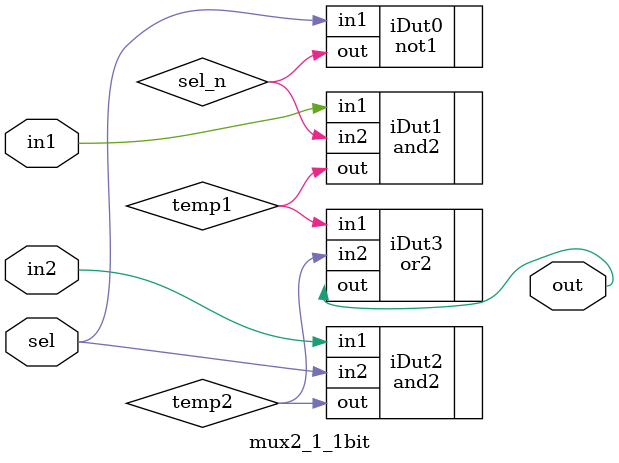
<source format=v>

module mux2_1_1bit(sel, in1, in2, out);

	input in1, in2, sel;
	output out;
	wire sel_n, temp1, temp2;
	
	
	not1 iDut0(.out(sel_n), .in1(sel));	
	and2 iDut1(.out(temp1), .in1(in1), .in2(sel_n));
	and2 iDut2(.out(temp2), .in1(in2), .in2(sel));
	
	or2 iDut3(.out(out), .in1(temp1), .in2(temp2));
	
endmodule
</source>
